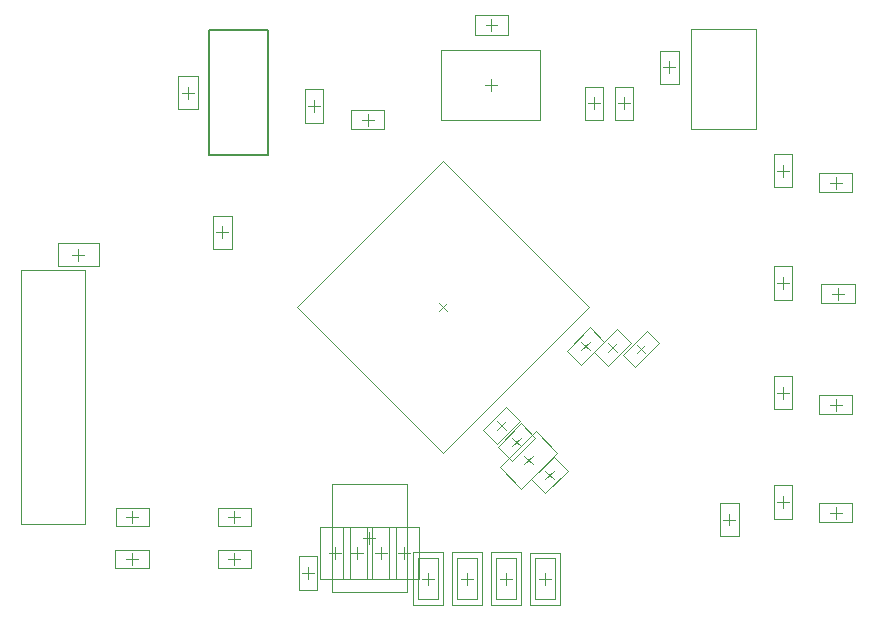
<source format=gbr>
%TF.GenerationSoftware,Altium Limited,Altium Designer,19.1.8 (144)*%
G04 Layer_Color=32768*
%FSLAX23Y23*%
%MOIN*%
%TF.FileFunction,Other,Mechanical_15*%
%TF.Part,Single*%
G01*
G75*
%TA.AperFunction,NonConductor*%
%ADD41C,0.008*%
%ADD63C,0.002*%
%ADD66C,0.004*%
D41*
X721Y1508D02*
Y1922D01*
Y1508D02*
X918D01*
Y1922D01*
X721D02*
X918D01*
D63*
X94Y276D02*
Y1124D01*
X306Y276D02*
Y1124D01*
X94Y276D02*
X306D01*
X94Y1124D02*
X306D01*
X1020Y58D02*
X1080D01*
X1020Y169D02*
X1080D01*
Y58D02*
Y169D01*
X1020Y58D02*
X1020Y169D01*
X1794Y426D02*
X1869Y501D01*
X1841Y379D02*
X1916Y454D01*
X1794Y426D02*
X1841Y379D01*
X1869Y501D02*
X1916Y454D01*
X1634Y591D02*
X1709Y666D01*
X1681Y544D02*
X1756Y619D01*
X1634Y591D02*
X1681Y544D01*
X1709Y666D02*
X1756Y619D01*
X1606Y1907D02*
X1717D01*
X1606Y1973D02*
X1717D01*
Y1907D02*
Y1973D01*
X1606Y1907D02*
Y1973D01*
X1305Y1592D02*
Y1658D01*
X1195Y1592D02*
Y1658D01*
X1305D01*
X1195Y1592D02*
X1305D01*
X2755Y282D02*
X2865D01*
X2755Y348D02*
X2865D01*
X2755Y282D02*
Y348D01*
X2865Y282D02*
Y348D01*
X2755Y642D02*
X2865D01*
X2755Y708D02*
X2865D01*
X2755Y642D02*
Y708D01*
X2865Y642D02*
Y708D01*
X2761Y1012D02*
X2872D01*
X2761Y1078D02*
X2872D01*
X2761Y1012D02*
Y1078D01*
X2872Y1012D02*
Y1078D01*
X2865Y1382D02*
Y1448D01*
X2755Y1382D02*
Y1448D01*
X2865D01*
X2755Y1382D02*
X2865D01*
X2075Y1735D02*
X2135D01*
X2075Y1625D02*
X2135D01*
X2075D02*
Y1735D01*
X2135Y1625D02*
X2135Y1735D01*
X1975D02*
X2035D01*
X1975Y1625D02*
X2035D01*
X1975D02*
Y1735D01*
X2035Y1625D02*
X2035Y1735D01*
X216Y1212D02*
X354D01*
X216Y1138D02*
X354D01*
Y1212D01*
X216Y1138D02*
Y1212D01*
X1401Y8D02*
X1499D01*
X1401Y182D02*
X1499D01*
Y8D02*
Y182D01*
X1401Y8D02*
Y182D01*
X1531Y8D02*
Y182D01*
X1629Y8D02*
Y182D01*
X1531D02*
X1629D01*
X1531Y8D02*
X1629D01*
X1661Y8D02*
Y182D01*
X1759Y8D02*
Y182D01*
X1661D02*
X1759D01*
X1661Y8D02*
X1759D01*
X1791Y7D02*
X1889D01*
X1791Y180D02*
X1889D01*
Y7D02*
Y180D01*
X1791Y7D02*
Y180D01*
X1689Y466D02*
X1809Y586D01*
X1761Y394D02*
X1881Y514D01*
X1689Y466D02*
X1761Y394D01*
X1809Y586D02*
X1881Y514D01*
X1760Y613D02*
X1808Y565D01*
X1682Y535D02*
X1730Y487D01*
X1808Y565D01*
X1682Y535D02*
X1760Y613D01*
X2222Y1855D02*
X2288D01*
X2222Y1745D02*
X2288D01*
Y1855D01*
X2222Y1745D02*
Y1855D01*
X1495Y1622D02*
X1825D01*
X1495Y1858D02*
X1825D01*
Y1622D02*
Y1858D01*
X1495Y1622D02*
Y1858D01*
X410Y330D02*
X520D01*
X410Y270D02*
X520D01*
Y330D01*
X410Y270D02*
Y330D01*
X519Y130D02*
Y190D01*
X408Y130D02*
Y190D01*
X519D01*
X408Y130D02*
X519D01*
X860Y270D02*
Y330D01*
X750Y270D02*
Y330D01*
X860D01*
X750Y270D02*
X860D01*
Y130D02*
Y190D01*
X750Y130D02*
Y190D01*
X860D01*
X750Y130D02*
X860D01*
X1091Y93D02*
Y267D01*
X1189Y93D02*
Y267D01*
X1091D02*
X1189D01*
X1091Y93D02*
X1189D01*
X1166D02*
Y267D01*
X1264Y93D02*
Y267D01*
X1166D02*
X1264D01*
X1166Y93D02*
X1264D01*
X1246D02*
Y267D01*
X1344Y93D02*
Y267D01*
X1246D02*
X1344D01*
X1246Y93D02*
X1344D01*
X1321D02*
Y267D01*
X1419Y93D02*
Y267D01*
X1321D02*
X1419D01*
X1321Y93D02*
X1419D01*
X2326Y1594D02*
X2544D01*
X2326D02*
Y1926D01*
X2544D01*
Y1594D02*
Y1926D01*
X732Y1195D02*
Y1305D01*
X798Y1195D02*
Y1305D01*
X732Y1195D02*
X798D01*
X732Y1305D02*
X798D01*
X617Y1770D02*
X683D01*
X617Y1660D02*
X683D01*
Y1770D01*
X617Y1660D02*
Y1770D01*
X2050Y802D02*
X2128Y880D01*
X2002Y850D02*
X2080Y928D01*
X2128Y880D01*
X2002Y850D02*
X2050Y802D01*
X1912Y855D02*
X1990Y933D01*
X1960Y807D02*
X2038Y885D01*
X1912Y855D02*
X1960Y807D01*
X1990Y933D02*
X2038Y885D01*
X2488Y236D02*
Y347D01*
X2422Y236D02*
Y347D01*
X2488D01*
X2422Y236D02*
X2488D01*
X1129Y409D02*
X1381D01*
X1129Y51D02*
Y409D01*
X1381Y51D02*
Y409D01*
X1129Y51D02*
X1381D01*
X1013Y1000D02*
X1500Y1487D01*
Y513D02*
X1987Y1000D01*
X1013D02*
X1500Y513D01*
Y1487D02*
X1987Y1000D01*
D66*
X2179Y921D02*
X2221Y879D01*
X2099Y841D02*
X2141Y799D01*
X2221Y879D01*
X2099Y841D02*
X2179Y921D01*
X2146Y846D02*
X2174Y874D01*
X2146Y874D02*
X2174Y846D01*
X1050Y94D02*
Y133D01*
X1030Y113D02*
X1070D01*
X1841Y454D02*
X1869Y426D01*
X1841D02*
X1869Y454D01*
X1681Y619D02*
X1709Y591D01*
X1681D02*
X1709Y619D01*
X1661Y1920D02*
Y1960D01*
X1642Y1940D02*
X1681D01*
X1230Y1625D02*
X1270D01*
X1250Y1605D02*
Y1645D01*
X1040Y1726D02*
X1100D01*
X1040Y1614D02*
X1100D01*
X1040D02*
Y1726D01*
X1100Y1614D02*
Y1726D01*
X1070Y1650D02*
Y1690D01*
X1050Y1670D02*
X1090D01*
X2810Y295D02*
Y335D01*
X2790Y315D02*
X2830D01*
X2615Y350D02*
X2655D01*
X2635Y330D02*
Y370D01*
X2605Y294D02*
Y406D01*
X2665Y294D02*
Y406D01*
X2605D02*
X2665D01*
X2605Y294D02*
X2665D01*
X2810Y655D02*
Y695D01*
X2790Y675D02*
X2830D01*
X2615Y715D02*
X2655D01*
X2635Y695D02*
Y735D01*
X2605Y659D02*
Y771D01*
X2665Y659D02*
Y771D01*
X2605D02*
X2665D01*
X2605Y659D02*
X2665D01*
X2615Y1080D02*
X2655D01*
X2635Y1060D02*
Y1100D01*
X2605Y1024D02*
Y1136D01*
X2665Y1024D02*
Y1136D01*
X2605D02*
X2665D01*
X2605Y1024D02*
X2665D01*
X2615Y1455D02*
X2655Y1455D01*
X2635Y1435D02*
X2635Y1475D01*
X2605Y1399D02*
Y1511D01*
X2665Y1399D02*
Y1511D01*
X2605D02*
X2665D01*
X2605Y1399D02*
X2665D01*
X2816Y1025D02*
Y1065D01*
X2797Y1045D02*
X2836D01*
X2790Y1415D02*
X2830D01*
X2810Y1395D02*
Y1435D01*
X2105Y1660D02*
Y1700D01*
X2085Y1680D02*
X2125D01*
X2005Y1660D02*
Y1700D01*
X1985Y1680D02*
X2025D01*
X285Y1155D02*
Y1195D01*
X265Y1175D02*
X305D01*
X1450Y75D02*
Y115D01*
X1430Y95D02*
X1470D01*
X1560D02*
X1600D01*
X1580Y75D02*
Y115D01*
X1690Y95D02*
X1730Y95D01*
X1710Y75D02*
Y115D01*
X1840Y74D02*
Y113D01*
X1820Y94D02*
X1860D01*
X1771Y504D02*
X1799Y476D01*
X1771D02*
X1799Y504D01*
X1731Y536D02*
X1759Y564D01*
X1731D02*
X1759Y536D01*
X2255Y1780D02*
Y1820D01*
X2235Y1800D02*
X2275D01*
X1660Y1720D02*
Y1760D01*
X1640Y1740D02*
X1680D01*
X465Y280D02*
Y320D01*
X445Y300D02*
X485D01*
X444Y160D02*
X483D01*
X463Y140D02*
Y180D01*
X785Y300D02*
X825D01*
X805Y280D02*
Y320D01*
X785Y160D02*
X825D01*
X805Y140D02*
Y180D01*
X1120Y180D02*
X1160D01*
X1140Y160D02*
Y200D01*
X1195Y180D02*
X1235D01*
X1215Y160D02*
Y200D01*
X1275Y180D02*
X1315D01*
X1295Y160D02*
Y200D01*
X1350Y180D02*
X1390D01*
X1370Y160D02*
Y200D01*
X745Y1250D02*
X785D01*
X765Y1230D02*
Y1270D01*
X650Y1695D02*
Y1735D01*
X630Y1715D02*
X670D01*
X2051Y879D02*
X2079Y851D01*
X2051D02*
X2079Y879D01*
X1961Y884D02*
X1989Y856D01*
X1961D02*
X1989Y884D01*
X2435Y291D02*
X2475D01*
X2455Y272D02*
Y311D01*
X1235Y230D02*
X1275D01*
X1255Y210D02*
Y250D01*
X1417Y27D02*
X1483D01*
X1417Y163D02*
X1483D01*
X1417Y27D02*
Y163D01*
X1483Y27D02*
Y163D01*
X1450Y75D02*
Y115D01*
X1430Y95D02*
X1470D01*
X1547Y27D02*
X1613D01*
X1547Y163D02*
X1613D01*
X1547Y27D02*
Y163D01*
X1613Y27D02*
Y163D01*
X1580Y75D02*
Y115D01*
X1560Y95D02*
X1600D01*
X1677Y26D02*
X1743D01*
X1677Y162D02*
X1743D01*
X1677Y26D02*
Y162D01*
X1743Y26D02*
Y162D01*
X1710Y74D02*
Y113D01*
X1690Y94D02*
X1730D01*
X1807Y26D02*
X1873D01*
X1807Y162D02*
X1873D01*
X1807Y26D02*
Y162D01*
X1873Y26D02*
Y162D01*
X1840Y74D02*
Y113D01*
X1820Y94D02*
X1860D01*
X1486Y1014D02*
X1514Y986D01*
X1486D02*
X1514Y1014D01*
%TF.MD5,86807b631aebccd2351bdd0764d677cf*%
M02*

</source>
